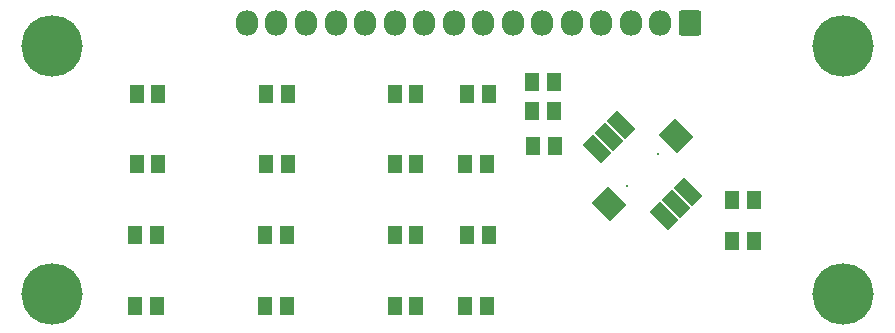
<source format=gbr>
%TF.GenerationSoftware,Altium Limited,Altium Designer,21.3.2 (30)*%
G04 Layer_Color=8388736*
%FSLAX45Y45*%
%MOMM*%
%TF.SameCoordinates,A53E8B12-5703-4EC1-9ACC-F1C4DEFA11C2*%
%TF.FilePolarity,Negative*%
%TF.FileFunction,Soldermask,Top*%
%TF.Part,Single*%
G01*
G75*
%TA.AperFunction,ComponentPad*%
%ADD24C,5.20320*%
G04:AMPARAMS|DCode=25|XSize=1.9032mm|YSize=2.1532mm|CornerRadius=0.9516mm|HoleSize=0mm|Usage=FLASHONLY|Rotation=180.000|XOffset=0mm|YOffset=0mm|HoleType=Round|Shape=RoundedRectangle|*
%AMROUNDEDRECTD25*
21,1,1.90320,0.25000,0,0,180.0*
21,1,0.00000,2.15320,0,0,180.0*
1,1,1.90320,0.00000,0.12500*
1,1,1.90320,0.00000,0.12500*
1,1,1.90320,0.00000,-0.12500*
1,1,1.90320,0.00000,-0.12500*
%
%ADD25ROUNDEDRECTD25*%
G04:AMPARAMS|DCode=26|XSize=1.9032mm|YSize=2.1532mm|CornerRadius=0.2291mm|HoleSize=0mm|Usage=FLASHONLY|Rotation=180.000|XOffset=0mm|YOffset=0mm|HoleType=Round|Shape=RoundedRectangle|*
%AMROUNDEDRECTD26*
21,1,1.90320,1.69500,0,0,180.0*
21,1,1.44500,2.15320,0,0,180.0*
1,1,0.45820,-0.72250,0.84750*
1,1,0.45820,0.72250,0.84750*
1,1,0.45820,0.72250,-0.84750*
1,1,0.45820,-0.72250,-0.84750*
%
%ADD26ROUNDEDRECTD26*%
%ADD27C,0.20320*%
%TA.AperFunction,SMDPad,CuDef*%
%ADD29R,1.15320X1.60320*%
G04:AMPARAMS|DCode=30|XSize=2.0032mm|YSize=2.2032mm|CornerRadius=0mm|HoleSize=0mm|Usage=FLASHONLY|Rotation=225.000|XOffset=0mm|YOffset=0mm|HoleType=Round|Shape=Rectangle|*
%AMROTATEDRECTD30*
4,1,4,-0.07071,1.48719,1.48719,-0.07071,0.07071,-1.48719,-1.48719,0.07071,-0.07071,1.48719,0.0*
%
%ADD30ROTATEDRECTD30*%

G04:AMPARAMS|DCode=31|XSize=1.2032mm|YSize=2.2032mm|CornerRadius=0mm|HoleSize=0mm|Usage=FLASHONLY|Rotation=225.000|XOffset=0mm|YOffset=0mm|HoleType=Round|Shape=Rectangle|*
%AMROTATEDRECTD31*
4,1,4,-0.35355,1.20435,1.20435,-0.35355,0.35355,-1.20435,-1.20435,0.35355,-0.35355,1.20435,0.0*
%
%ADD31ROTATEDRECTD31*%

D24*
X7800000Y1000000D02*
D03*
Y3100000D02*
D03*
X1100000D02*
D03*
Y1000000D02*
D03*
D25*
X2750000Y3300000D02*
D03*
X3000000D02*
D03*
X3250000D02*
D03*
X3500000D02*
D03*
X3750000D02*
D03*
X4000000D02*
D03*
X4250000D02*
D03*
X4500000D02*
D03*
X4750000D02*
D03*
X5000000D02*
D03*
X5250000D02*
D03*
X5500000D02*
D03*
X5750000D02*
D03*
X6000000D02*
D03*
X6250000D02*
D03*
D26*
X6500000D02*
D03*
D27*
X6234350Y2184350D02*
D03*
X5965649Y1915650D02*
D03*
D29*
X3085000Y900000D02*
D03*
X2900000D02*
D03*
X1984999D02*
D03*
X1799999D02*
D03*
X4185000D02*
D03*
X4000000D02*
D03*
X4600000D02*
D03*
X4784999D02*
D03*
X4000000Y2700000D02*
D03*
X4185000D02*
D03*
X2915000D02*
D03*
X3100000D02*
D03*
X1815000D02*
D03*
X2000000D02*
D03*
X4000000Y2100000D02*
D03*
X4185000D02*
D03*
X2915000D02*
D03*
X3100000D02*
D03*
X1815000D02*
D03*
X2000000D02*
D03*
X1800000Y1500000D02*
D03*
X1985000D02*
D03*
X4000000D02*
D03*
X4185000D02*
D03*
X2900000D02*
D03*
X3085000D02*
D03*
X4800000Y2700000D02*
D03*
X4615000D02*
D03*
X5357834Y2257834D02*
D03*
X5172834D02*
D03*
X5350000Y2550000D02*
D03*
X5165000D02*
D03*
X5350000Y2800000D02*
D03*
X5165000D02*
D03*
X7042500Y1450000D02*
D03*
X6857500D02*
D03*
X7042500Y1800000D02*
D03*
X6857500D02*
D03*
X4784999Y2100000D02*
D03*
X4600000D02*
D03*
X4800000Y1500000D02*
D03*
X4615000D02*
D03*
D30*
X6386378Y2336378D02*
D03*
X5813622Y1763622D02*
D03*
D31*
X6481837Y1866153D02*
D03*
X6381075Y1765390D02*
D03*
X6280312Y1664627D02*
D03*
X5916153Y2431838D02*
D03*
X5815389Y2331075D02*
D03*
X5714627Y2230312D02*
D03*
%TF.MD5,2fa301c77f8e83d5963cbcd61caec21a*%
M02*

</source>
